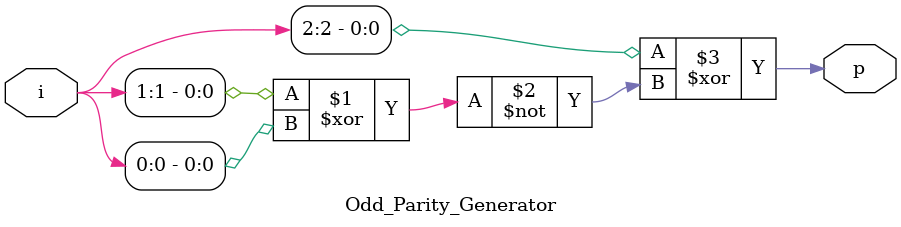
<source format=v>
`timescale 1ns / 1ps


module Odd_Parity_Generator(p,i);
input [2:0]i;
output p;

assign p = i[2]^(~(i[1]^i[0]));

endmodule

</source>
